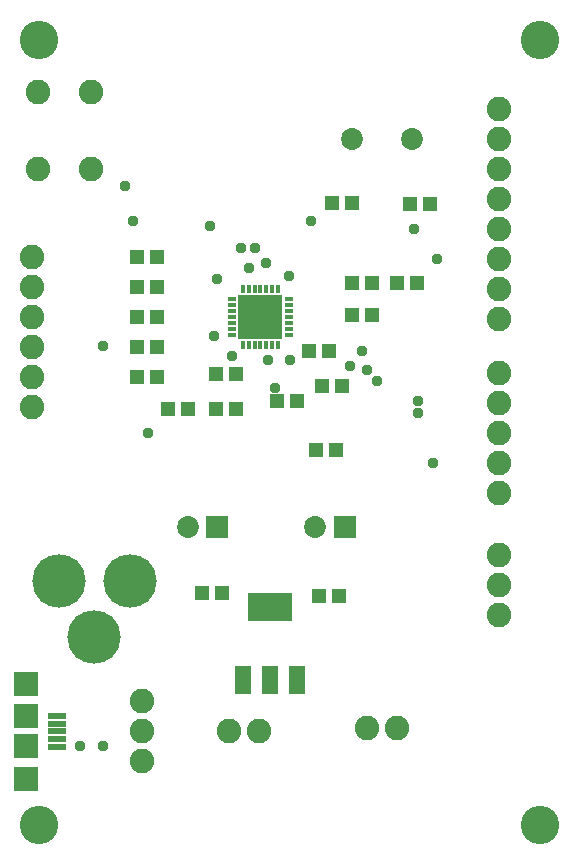
<source format=gbr>
G04 EAGLE Gerber X2 export*
%TF.Part,Single*%
%TF.FileFunction,Soldermask,Top,1*%
%TF.FilePolarity,Negative*%
%TF.GenerationSoftware,Autodesk,EAGLE,8.6.0*%
%TF.CreationDate,2018-05-14T08:47:16Z*%
G75*
%MOMM*%
%FSLAX34Y34*%
%LPD*%
%AMOC8*
5,1,8,0,0,1.08239X$1,22.5*%
G01*
%ADD10R,1.303200X1.203200*%
%ADD11C,1.854200*%
%ADD12R,1.854200X1.854200*%
%ADD13R,3.803200X3.803200*%
%ADD14R,0.453200X0.803200*%
%ADD15R,0.803200X0.453200*%
%ADD16C,4.521200*%
%ADD17R,1.603200X0.553200*%
%ADD18R,2.103200X2.003200*%
%ADD19R,2.103200X2.103200*%
%ADD20C,2.082800*%
%ADD21R,1.422400X2.438400*%
%ADD22R,3.803200X2.403200*%
%ADD23C,3.251200*%
%ADD24C,0.959600*%


D10*
X169300Y236538D03*
X186300Y236538D03*
D11*
X157363Y292100D03*
D12*
X182363Y292100D03*
D11*
X265313Y292100D03*
D12*
X290313Y292100D03*
D10*
X285995Y233680D03*
X268995Y233680D03*
D13*
X219075Y469900D03*
D14*
X219075Y493900D03*
X224075Y493900D03*
X229075Y493900D03*
X234075Y493900D03*
X214075Y493900D03*
X209075Y493900D03*
X204075Y493900D03*
X219075Y445900D03*
X224075Y445900D03*
X229075Y445900D03*
X234075Y445900D03*
D15*
X243075Y469900D03*
X243075Y464900D03*
X243075Y459900D03*
X243075Y454900D03*
X243075Y474900D03*
X243075Y479900D03*
X243075Y484900D03*
X195075Y469900D03*
X195075Y464900D03*
X195075Y459900D03*
X195075Y454900D03*
X195075Y474900D03*
X195075Y479900D03*
X195075Y484900D03*
D14*
X214075Y445900D03*
X209075Y445900D03*
X204075Y445900D03*
D16*
X108425Y246063D03*
X48425Y246063D03*
X78425Y199063D03*
D17*
X47138Y132063D03*
X47138Y106063D03*
X47138Y125563D03*
X47138Y119063D03*
X47138Y112563D03*
D18*
X20638Y159063D03*
X20638Y79063D03*
D19*
X20638Y131763D03*
X20638Y106363D03*
D20*
X119063Y144463D03*
X119063Y119063D03*
X119063Y93663D03*
D10*
X266138Y357188D03*
X283138Y357188D03*
D21*
X203899Y162687D03*
X227013Y162687D03*
X250127Y162687D03*
D22*
X227013Y224665D03*
D11*
X296863Y620395D03*
X347663Y620395D03*
D10*
X345830Y565468D03*
X362830Y565468D03*
X296790Y566420D03*
X279790Y566420D03*
X296300Y471488D03*
X313300Y471488D03*
X296300Y498475D03*
X313300Y498475D03*
X334400Y498475D03*
X351400Y498475D03*
X259788Y441325D03*
X276788Y441325D03*
X270900Y411163D03*
X287900Y411163D03*
X157408Y392113D03*
X140408Y392113D03*
X198048Y421958D03*
X181048Y421958D03*
X181365Y391795D03*
X198365Y391795D03*
X114690Y520700D03*
X131690Y520700D03*
X114690Y495300D03*
X131690Y495300D03*
X114690Y469900D03*
X131690Y469900D03*
X114690Y444500D03*
X131690Y444500D03*
X114690Y419100D03*
X131690Y419100D03*
D20*
X25400Y520700D03*
X25400Y495300D03*
X25400Y469900D03*
X25400Y444500D03*
X25400Y419100D03*
X25400Y393700D03*
X217488Y119063D03*
X192088Y119063D03*
X334963Y122238D03*
X309563Y122238D03*
D10*
X232800Y398463D03*
X249800Y398463D03*
D20*
X30417Y595503D03*
X30417Y660527D03*
X75629Y595503D03*
X75629Y660527D03*
X420688Y646113D03*
X420688Y620713D03*
X420688Y595313D03*
X420688Y569913D03*
X420688Y544513D03*
X420688Y519113D03*
X420688Y493713D03*
X420688Y468313D03*
X420688Y422275D03*
X420688Y396875D03*
X420688Y371475D03*
X420688Y346075D03*
X420688Y320675D03*
X420688Y268288D03*
X420688Y242888D03*
X420688Y217488D03*
D23*
X31750Y704850D03*
X455613Y704850D03*
X31750Y39688D03*
X455613Y39688D03*
D24*
X209550Y511175D03*
X66675Y106363D03*
X123825Y371475D03*
X244475Y433388D03*
X309563Y425450D03*
X104648Y580644D03*
X176022Y547116D03*
X182118Y502158D03*
X85725Y106363D03*
X202883Y528638D03*
X242888Y504825D03*
X349250Y544513D03*
X368300Y519113D03*
X111125Y550863D03*
X261938Y550863D03*
X304800Y441325D03*
X214313Y528638D03*
X223838Y515938D03*
X225425Y433388D03*
X231775Y409575D03*
X179388Y454025D03*
X317500Y415925D03*
X352425Y388938D03*
X365125Y346075D03*
X195263Y436563D03*
X295275Y428625D03*
X352425Y398463D03*
X85725Y445770D03*
M02*

</source>
